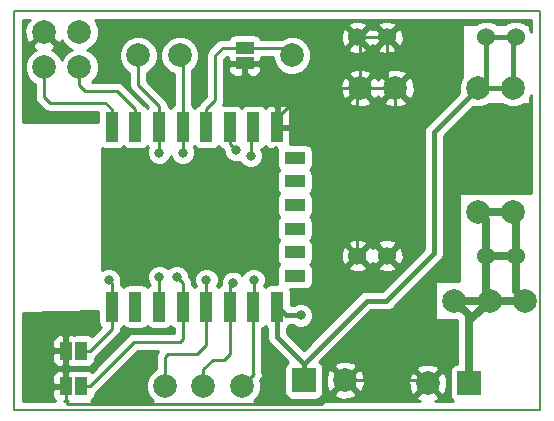
<source format=gbr>
%TF.GenerationSoftware,KiCad,Pcbnew,5.0.1*%
%TF.CreationDate,2019-02-20T12:32:28+01:00*%
%TF.ProjectId,rgbww-micro-board,72676277772D6D6963726F2D626F6172,rev?*%
%TF.SameCoordinates,PXb903480PY55d4a80*%
%TF.FileFunction,Copper,L1,Top,Signal*%
%TF.FilePolarity,Positive*%
%FSLAX46Y46*%
G04 Gerber Fmt 4.6, Leading zero omitted, Abs format (unit mm)*
G04 Created by KiCad (PCBNEW 5.0.1) date Mi 20 Feb 2019 12:32:28 CET*
%MOMM*%
%LPD*%
G01*
G04 APERTURE LIST*
%ADD10C,0.200000*%
%ADD11R,1.000000X2.500000*%
%ADD12R,1.800000X1.000000*%
%ADD13C,1.524000*%
%ADD14C,1.998980*%
%ADD15R,2.000000X2.000000*%
%ADD16C,2.000000*%
%ADD17R,1.000000X1.500000*%
%ADD18R,1.500000X1.000000*%
%ADD19C,0.800000*%
%ADD20C,0.400000*%
%ADD21C,0.250000*%
%ADD22C,0.700000*%
%ADD23C,0.254000*%
G04 APERTURE END LIST*
D10*
X44500000Y33750000D02*
X0Y33750000D01*
X44500000Y0D02*
X44500000Y33750000D01*
X0Y0D02*
X44500000Y0D01*
X0Y33750000D02*
X0Y0D01*
D11*
X8240000Y8740000D03*
X10240000Y8740000D03*
X12240000Y8740000D03*
X14240000Y8740000D03*
X16240000Y8740000D03*
X18240000Y8740000D03*
X20240000Y8740000D03*
X22240000Y8740000D03*
D12*
X23740000Y11340000D03*
X23740000Y13340000D03*
X23740000Y15340000D03*
X23740000Y17340000D03*
X23740000Y19340000D03*
X23740000Y21340000D03*
D11*
X22240000Y23940000D03*
X20240000Y23940000D03*
X18240000Y23940000D03*
X16240000Y23940000D03*
X14240000Y23940000D03*
X12240000Y23940000D03*
X10240000Y23940000D03*
X8240000Y23940000D03*
D13*
X42450000Y13050000D03*
X39950000Y13050000D03*
X31550000Y13050000D03*
X29050000Y13050000D03*
X42450000Y31550000D03*
X39950000Y31550000D03*
X31550000Y31550000D03*
X29050000Y31550000D03*
D14*
X19250000Y2000000D03*
X14000000Y30000000D03*
X10500000Y30000000D03*
X12750000Y2000000D03*
X42250000Y27250000D03*
X39250000Y27250000D03*
X5500000Y32000000D03*
X2500000Y29000000D03*
X5500000Y29000000D03*
X23500000Y30000000D03*
X2500000Y32000000D03*
X32250000Y27250000D03*
X29250000Y27250000D03*
X42250000Y16750000D03*
X40250000Y9250000D03*
X43250000Y9250000D03*
X37250000Y9250000D03*
X39250000Y16750000D03*
X16000000Y2000000D03*
D15*
X24500000Y2500000D03*
D16*
X28000000Y2500000D03*
X35000000Y2250000D03*
D15*
X38500000Y2250000D03*
D17*
X4350000Y5000000D03*
X5650000Y5000000D03*
D18*
X19500000Y29350000D03*
X19500000Y30650000D03*
D17*
X5650000Y2000000D03*
X4350000Y2000000D03*
D19*
X24250000Y8000000D03*
X9500000Y13750000D03*
X11250000Y13750000D03*
X13000000Y13750000D03*
X13000000Y15500000D03*
X11250000Y15500000D03*
X9500000Y15500000D03*
X20750000Y17000000D03*
X20750000Y19000000D03*
X26000000Y24000000D03*
X26000000Y22000000D03*
X26000000Y26000000D03*
X21750000Y20250000D03*
X21750000Y18000000D03*
X25750000Y16000000D03*
X15750000Y27750000D03*
X12500000Y27750000D03*
X8500000Y32250000D03*
X12250000Y32250000D03*
X16250000Y32250000D03*
X21500000Y28000000D03*
X21500000Y32250000D03*
X2500000Y5500000D03*
X2500000Y3250000D03*
X9250000Y1750000D03*
X9250000Y1750000D03*
X9250000Y1750000D03*
X10500000Y4000000D03*
X8000000Y11000000D03*
X13750000Y11250000D03*
X12250000Y11250000D03*
X20000000Y21500000D03*
X18750000Y22000000D03*
X14250000Y21750000D03*
X12250000Y21750000D03*
X18500000Y10750000D03*
X20250000Y11000000D03*
X16250000Y11000000D03*
D20*
X22240000Y6160000D02*
X22240000Y8740000D01*
X24500000Y2500000D02*
X24500000Y3900000D01*
X24500000Y3900000D02*
X22240000Y6160000D01*
X22980000Y8000000D02*
X22240000Y8740000D01*
X24250000Y8000000D02*
X22980000Y8000000D01*
X24500000Y3900000D02*
X29850000Y9250000D01*
X29850000Y9250000D02*
X31500000Y9250000D01*
X31500000Y9250000D02*
X35500000Y13250000D01*
X35500000Y23500000D02*
X39250000Y27250000D01*
X35500000Y13250000D02*
X35500000Y23500000D01*
X39250000Y27250000D02*
X42250000Y27250000D01*
X42250000Y31350000D02*
X42450000Y31550000D01*
X42250000Y27250000D02*
X42250000Y31350000D01*
X42450000Y31550000D02*
X39950000Y31550000D01*
X39950000Y27950000D02*
X39250000Y27250000D01*
X39950000Y31550000D02*
X39950000Y27950000D01*
D21*
X4350000Y2000000D02*
X4350000Y5000000D01*
X22240000Y25440000D02*
X22240000Y23940000D01*
X22240000Y25860000D02*
X22240000Y25440000D01*
X19500000Y28600000D02*
X22240000Y25860000D01*
X19500000Y29350000D02*
X19500000Y28600000D01*
X30127630Y31550000D02*
X31550000Y31550000D01*
X29050000Y31550000D02*
X30127630Y31550000D01*
X31550000Y27950000D02*
X32250000Y27250000D01*
X31550000Y31550000D02*
X31550000Y27950000D01*
X30836508Y27250000D02*
X29250000Y27250000D01*
X32250000Y27250000D02*
X30836508Y27250000D01*
X29250000Y31350000D02*
X29050000Y31550000D01*
X29250000Y27250000D02*
X29250000Y31350000D01*
X32250000Y27250000D02*
X32250000Y14500000D01*
X32311999Y14438001D02*
X32311999Y13811999D01*
X32311999Y13811999D02*
X31550000Y13050000D01*
X32250000Y14500000D02*
X32311999Y14438001D01*
X29050000Y27050000D02*
X29250000Y27250000D01*
X29050000Y13050000D02*
X29050000Y27050000D01*
X22240000Y24690000D02*
X22240000Y23940000D01*
X24800000Y27250000D02*
X22240000Y24690000D01*
X29250000Y27250000D02*
X24800000Y27250000D01*
X34750000Y2500000D02*
X35000000Y2250000D01*
X28000000Y2500000D02*
X34750000Y2500000D01*
X30788001Y12288001D02*
X31550000Y13050000D01*
X29811999Y12288001D02*
X30788001Y12288001D01*
X29050000Y13050000D02*
X29811999Y12288001D01*
X4350000Y2000000D02*
X4350000Y650000D01*
X4350000Y650000D02*
X4500000Y500000D01*
X26000000Y500000D02*
X28000000Y2500000D01*
X4500000Y500000D02*
X26000000Y500000D01*
D22*
X38500000Y8000000D02*
X37250000Y9250000D01*
X38500000Y2250000D02*
X38500000Y8000000D01*
X38500000Y7500000D02*
X40250000Y9250000D01*
X38500000Y2250000D02*
X38500000Y7500000D01*
X42450000Y13050000D02*
X39950000Y13050000D01*
X42250000Y16750000D02*
X39250000Y16750000D01*
X42450000Y13050000D02*
X42450000Y16550000D01*
X42450000Y16550000D02*
X42250000Y16750000D01*
X39950000Y16050000D02*
X39250000Y16750000D01*
X39950000Y13050000D02*
X39950000Y16050000D01*
X39950000Y13050000D02*
X39950000Y9550000D01*
X39950000Y9550000D02*
X40250000Y9250000D01*
X42450000Y13050000D02*
X42450000Y10050000D01*
X42450000Y10050000D02*
X43250000Y9250000D01*
X40250000Y9250000D02*
X43250000Y9250000D01*
X37250000Y9250000D02*
X40250000Y9250000D01*
D21*
X2500000Y26500000D02*
X2500000Y29000000D01*
X8240000Y23940000D02*
X8240000Y25440000D01*
X3000000Y26000000D02*
X2500000Y26500000D01*
X7680000Y26000000D02*
X3000000Y26000000D01*
X8240000Y25440000D02*
X7680000Y26000000D01*
X6000000Y27000000D02*
X5500000Y27500000D01*
X5500000Y27500000D02*
X5500000Y29000000D01*
X8680000Y27000000D02*
X6000000Y27000000D01*
X10240000Y23940000D02*
X10240000Y25440000D01*
X10240000Y25440000D02*
X8680000Y27000000D01*
X16240000Y25440000D02*
X17000000Y26200000D01*
X16240000Y23940000D02*
X16240000Y25440000D01*
X17000000Y26200000D02*
X17000000Y30000000D01*
X17650000Y30650000D02*
X19500000Y30650000D01*
X17000000Y30000000D02*
X17650000Y30650000D01*
X22850000Y30650000D02*
X23500000Y30000000D01*
X19500000Y30650000D02*
X22850000Y30650000D01*
X8240000Y7240000D02*
X8240000Y8740000D01*
X8240000Y6840000D02*
X8240000Y7240000D01*
X6400000Y5000000D02*
X8240000Y6840000D01*
X5650000Y5000000D02*
X6400000Y5000000D01*
X8240000Y8740000D02*
X8240000Y10760000D01*
X8240000Y10760000D02*
X8000000Y11000000D01*
X6400000Y2000000D02*
X10150000Y5750000D01*
X5650000Y2000000D02*
X6400000Y2000000D01*
X10150000Y5750000D02*
X14000000Y5750000D01*
X14240000Y5990000D02*
X14240000Y8740000D01*
X14000000Y5750000D02*
X14240000Y5990000D01*
X14240000Y10760000D02*
X14240000Y8740000D01*
X13750000Y11250000D02*
X14240000Y10760000D01*
X12250000Y8750000D02*
X12240000Y8740000D01*
X12250000Y11250000D02*
X12250000Y8750000D01*
X20000000Y23700000D02*
X20240000Y23940000D01*
X20000000Y21500000D02*
X20000000Y23700000D01*
X18240000Y23940000D02*
X18240000Y22510000D01*
X18240000Y22510000D02*
X18750000Y22000000D01*
X14240000Y29760000D02*
X14000000Y30000000D01*
X14240000Y23940000D02*
X14240000Y29760000D01*
X14250000Y23930000D02*
X14240000Y23940000D01*
X14250000Y21750000D02*
X14250000Y23930000D01*
X12240000Y23940000D02*
X12240000Y25760000D01*
X12240000Y25760000D02*
X10500000Y27500000D01*
X10500000Y27500000D02*
X10500000Y30000000D01*
X12250000Y23930000D02*
X12240000Y23940000D01*
X12250000Y21750000D02*
X12250000Y23930000D01*
X16000000Y3413492D02*
X16836508Y4250000D01*
X16000000Y2000000D02*
X16000000Y3413492D01*
X16836508Y4250000D02*
X17750000Y4250000D01*
X18240000Y4740000D02*
X18240000Y8740000D01*
X17750000Y4250000D02*
X18240000Y4740000D01*
X18240000Y8740000D02*
X18240000Y10490000D01*
X18240000Y10490000D02*
X18500000Y10750000D01*
X20249489Y2999489D02*
X20249489Y3000511D01*
X19250000Y2000000D02*
X20249489Y2999489D01*
X20240000Y3010000D02*
X20240000Y8740000D01*
X20249489Y3000511D02*
X20240000Y3010000D01*
X20250000Y8750000D02*
X20240000Y8740000D01*
X20250000Y11000000D02*
X20250000Y8750000D01*
X12750000Y4500000D02*
X12750000Y2000000D01*
X13000000Y4750000D02*
X12750000Y4500000D01*
X15500000Y4750000D02*
X13000000Y4750000D01*
X16240000Y8740000D02*
X16240000Y5490000D01*
X16240000Y5490000D02*
X15500000Y4750000D01*
X16250000Y8750000D02*
X16240000Y8740000D01*
X16250000Y11000000D02*
X16250000Y8750000D01*
D23*
G36*
X43765001Y18377000D02*
X42593202Y18377000D01*
X42575120Y18384490D01*
X41924880Y18384490D01*
X41906798Y18377000D01*
X39593202Y18377000D01*
X39575120Y18384490D01*
X38924880Y18384490D01*
X38906798Y18377000D01*
X37750000Y18377000D01*
X37701399Y18367333D01*
X37660197Y18339803D01*
X37632667Y18298601D01*
X37623000Y18250000D01*
X37623000Y17093202D01*
X37615510Y17075120D01*
X37615510Y16424880D01*
X37623000Y16406798D01*
X37623000Y10877000D01*
X37593202Y10877000D01*
X37575120Y10884490D01*
X36924880Y10884490D01*
X36906798Y10877000D01*
X35750000Y10877000D01*
X35701399Y10867333D01*
X35660197Y10839803D01*
X35632667Y10798601D01*
X35623000Y10750000D01*
X35623000Y9593202D01*
X35615510Y9575120D01*
X35615510Y8924880D01*
X35623000Y8906798D01*
X35623000Y7750000D01*
X35632667Y7701399D01*
X35660197Y7660197D01*
X35701399Y7632667D01*
X35750000Y7623000D01*
X36906798Y7623000D01*
X36924880Y7615510D01*
X37491489Y7615510D01*
X37514169Y7592830D01*
X37495704Y7500000D01*
X37515001Y7402988D01*
X37515000Y4873000D01*
X37515000Y3897440D01*
X37500000Y3897440D01*
X37252235Y3848157D01*
X37042191Y3707809D01*
X36901843Y3497765D01*
X36852560Y3250000D01*
X36852560Y1250000D01*
X36901843Y1002235D01*
X37042191Y792191D01*
X37127783Y735000D01*
X35643434Y735000D01*
X35874264Y830613D01*
X35972927Y1097468D01*
X35000000Y2070395D01*
X34027073Y1097468D01*
X34125736Y830613D01*
X34383097Y735000D01*
X20296518Y735000D01*
X20635654Y1074136D01*
X20884490Y1674880D01*
X20884490Y2325120D01*
X20818838Y2483618D01*
X20965393Y2702952D01*
X21009489Y2924637D01*
X21009489Y2924642D01*
X21024377Y2999489D01*
X21024275Y3000001D01*
X21024377Y3000512D01*
X21009489Y3075359D01*
X21009489Y3075362D01*
X21000000Y3123066D01*
X21000000Y6900018D01*
X21197809Y7032191D01*
X21240000Y7095334D01*
X21282191Y7032191D01*
X21405000Y6950132D01*
X21405000Y6242233D01*
X21388643Y6160000D01*
X21405000Y6077767D01*
X21405000Y6077764D01*
X21453448Y5834200D01*
X21637999Y5557999D01*
X21707720Y5511413D01*
X23173551Y4045582D01*
X23042191Y3957809D01*
X22901843Y3747765D01*
X22852560Y3500000D01*
X22852560Y1500000D01*
X22901843Y1252235D01*
X23042191Y1042191D01*
X23252235Y901843D01*
X23500000Y852560D01*
X25500000Y852560D01*
X25747765Y901843D01*
X25957809Y1042191D01*
X26098157Y1252235D01*
X26117099Y1347468D01*
X27027073Y1347468D01*
X27125736Y1080613D01*
X27735461Y854092D01*
X28385460Y878144D01*
X28874264Y1080613D01*
X28972927Y1347468D01*
X28000000Y2320395D01*
X27027073Y1347468D01*
X26117099Y1347468D01*
X26147440Y1500000D01*
X26147440Y2764539D01*
X26354092Y2764539D01*
X26378144Y2114540D01*
X26580613Y1625736D01*
X26847468Y1527073D01*
X27820395Y2500000D01*
X28179605Y2500000D01*
X29152532Y1527073D01*
X29419387Y1625736D01*
X29645908Y2235461D01*
X29635582Y2514539D01*
X33354092Y2514539D01*
X33378144Y1864540D01*
X33580613Y1375736D01*
X33847468Y1277073D01*
X34820395Y2250000D01*
X35179605Y2250000D01*
X36152532Y1277073D01*
X36419387Y1375736D01*
X36645908Y1985461D01*
X36621856Y2635460D01*
X36419387Y3124264D01*
X36152532Y3222927D01*
X35179605Y2250000D01*
X34820395Y2250000D01*
X33847468Y3222927D01*
X33580613Y3124264D01*
X33354092Y2514539D01*
X29635582Y2514539D01*
X29621856Y2885460D01*
X29419387Y3374264D01*
X29342931Y3402532D01*
X34027073Y3402532D01*
X35000000Y2429605D01*
X35972927Y3402532D01*
X35874264Y3669387D01*
X35264539Y3895908D01*
X34614540Y3871856D01*
X34125736Y3669387D01*
X34027073Y3402532D01*
X29342931Y3402532D01*
X29152532Y3472927D01*
X28179605Y2500000D01*
X27820395Y2500000D01*
X26847468Y3472927D01*
X26580613Y3374264D01*
X26354092Y2764539D01*
X26147440Y2764539D01*
X26147440Y3500000D01*
X26117100Y3652532D01*
X27027073Y3652532D01*
X28000000Y2679605D01*
X28972927Y3652532D01*
X28874264Y3919387D01*
X28264539Y4145908D01*
X27614540Y4121856D01*
X27125736Y3919387D01*
X27027073Y3652532D01*
X26117100Y3652532D01*
X26098157Y3747765D01*
X25957809Y3957809D01*
X25826449Y4045582D01*
X30195868Y8415000D01*
X31417767Y8415000D01*
X31500000Y8398643D01*
X31582233Y8415000D01*
X31582237Y8415000D01*
X31825801Y8463448D01*
X32102001Y8647999D01*
X32148587Y8717720D01*
X36032283Y12601415D01*
X36102001Y12647999D01*
X36286552Y12924199D01*
X36335000Y13167763D01*
X36335000Y13167766D01*
X36351357Y13249999D01*
X36335000Y13332232D01*
X36335000Y23154133D01*
X38834015Y25653147D01*
X38924880Y25615510D01*
X39575120Y25615510D01*
X40175864Y25864346D01*
X40184518Y25873000D01*
X41315482Y25873000D01*
X41324136Y25864346D01*
X41924880Y25615510D01*
X42575120Y25615510D01*
X43175864Y25864346D01*
X43184518Y25873000D01*
X43500000Y25873000D01*
X43548601Y25882667D01*
X43589803Y25910197D01*
X43617333Y25951399D01*
X43627000Y26000000D01*
X43627000Y26315482D01*
X43635654Y26324136D01*
X43765001Y26636407D01*
X43765001Y18377000D01*
X43765001Y18377000D01*
G37*
X43765001Y18377000D02*
X42593202Y18377000D01*
X42575120Y18384490D01*
X41924880Y18384490D01*
X41906798Y18377000D01*
X39593202Y18377000D01*
X39575120Y18384490D01*
X38924880Y18384490D01*
X38906798Y18377000D01*
X37750000Y18377000D01*
X37701399Y18367333D01*
X37660197Y18339803D01*
X37632667Y18298601D01*
X37623000Y18250000D01*
X37623000Y17093202D01*
X37615510Y17075120D01*
X37615510Y16424880D01*
X37623000Y16406798D01*
X37623000Y10877000D01*
X37593202Y10877000D01*
X37575120Y10884490D01*
X36924880Y10884490D01*
X36906798Y10877000D01*
X35750000Y10877000D01*
X35701399Y10867333D01*
X35660197Y10839803D01*
X35632667Y10798601D01*
X35623000Y10750000D01*
X35623000Y9593202D01*
X35615510Y9575120D01*
X35615510Y8924880D01*
X35623000Y8906798D01*
X35623000Y7750000D01*
X35632667Y7701399D01*
X35660197Y7660197D01*
X35701399Y7632667D01*
X35750000Y7623000D01*
X36906798Y7623000D01*
X36924880Y7615510D01*
X37491489Y7615510D01*
X37514169Y7592830D01*
X37495704Y7500000D01*
X37515001Y7402988D01*
X37515000Y4873000D01*
X37515000Y3897440D01*
X37500000Y3897440D01*
X37252235Y3848157D01*
X37042191Y3707809D01*
X36901843Y3497765D01*
X36852560Y3250000D01*
X36852560Y1250000D01*
X36901843Y1002235D01*
X37042191Y792191D01*
X37127783Y735000D01*
X35643434Y735000D01*
X35874264Y830613D01*
X35972927Y1097468D01*
X35000000Y2070395D01*
X34027073Y1097468D01*
X34125736Y830613D01*
X34383097Y735000D01*
X20296518Y735000D01*
X20635654Y1074136D01*
X20884490Y1674880D01*
X20884490Y2325120D01*
X20818838Y2483618D01*
X20965393Y2702952D01*
X21009489Y2924637D01*
X21009489Y2924642D01*
X21024377Y2999489D01*
X21024275Y3000001D01*
X21024377Y3000512D01*
X21009489Y3075359D01*
X21009489Y3075362D01*
X21000000Y3123066D01*
X21000000Y6900018D01*
X21197809Y7032191D01*
X21240000Y7095334D01*
X21282191Y7032191D01*
X21405000Y6950132D01*
X21405000Y6242233D01*
X21388643Y6160000D01*
X21405000Y6077767D01*
X21405000Y6077764D01*
X21453448Y5834200D01*
X21637999Y5557999D01*
X21707720Y5511413D01*
X23173551Y4045582D01*
X23042191Y3957809D01*
X22901843Y3747765D01*
X22852560Y3500000D01*
X22852560Y1500000D01*
X22901843Y1252235D01*
X23042191Y1042191D01*
X23252235Y901843D01*
X23500000Y852560D01*
X25500000Y852560D01*
X25747765Y901843D01*
X25957809Y1042191D01*
X26098157Y1252235D01*
X26117099Y1347468D01*
X27027073Y1347468D01*
X27125736Y1080613D01*
X27735461Y854092D01*
X28385460Y878144D01*
X28874264Y1080613D01*
X28972927Y1347468D01*
X28000000Y2320395D01*
X27027073Y1347468D01*
X26117099Y1347468D01*
X26147440Y1500000D01*
X26147440Y2764539D01*
X26354092Y2764539D01*
X26378144Y2114540D01*
X26580613Y1625736D01*
X26847468Y1527073D01*
X27820395Y2500000D01*
X28179605Y2500000D01*
X29152532Y1527073D01*
X29419387Y1625736D01*
X29645908Y2235461D01*
X29635582Y2514539D01*
X33354092Y2514539D01*
X33378144Y1864540D01*
X33580613Y1375736D01*
X33847468Y1277073D01*
X34820395Y2250000D01*
X35179605Y2250000D01*
X36152532Y1277073D01*
X36419387Y1375736D01*
X36645908Y1985461D01*
X36621856Y2635460D01*
X36419387Y3124264D01*
X36152532Y3222927D01*
X35179605Y2250000D01*
X34820395Y2250000D01*
X33847468Y3222927D01*
X33580613Y3124264D01*
X33354092Y2514539D01*
X29635582Y2514539D01*
X29621856Y2885460D01*
X29419387Y3374264D01*
X29342931Y3402532D01*
X34027073Y3402532D01*
X35000000Y2429605D01*
X35972927Y3402532D01*
X35874264Y3669387D01*
X35264539Y3895908D01*
X34614540Y3871856D01*
X34125736Y3669387D01*
X34027073Y3402532D01*
X29342931Y3402532D01*
X29152532Y3472927D01*
X28179605Y2500000D01*
X27820395Y2500000D01*
X26847468Y3472927D01*
X26580613Y3374264D01*
X26354092Y2764539D01*
X26147440Y2764539D01*
X26147440Y3500000D01*
X26117100Y3652532D01*
X27027073Y3652532D01*
X28000000Y2679605D01*
X28972927Y3652532D01*
X28874264Y3919387D01*
X28264539Y4145908D01*
X27614540Y4121856D01*
X27125736Y3919387D01*
X27027073Y3652532D01*
X26117100Y3652532D01*
X26098157Y3747765D01*
X25957809Y3957809D01*
X25826449Y4045582D01*
X30195868Y8415000D01*
X31417767Y8415000D01*
X31500000Y8398643D01*
X31582233Y8415000D01*
X31582237Y8415000D01*
X31825801Y8463448D01*
X32102001Y8647999D01*
X32148587Y8717720D01*
X36032283Y12601415D01*
X36102001Y12647999D01*
X36286552Y12924199D01*
X36335000Y13167763D01*
X36335000Y13167766D01*
X36351357Y13249999D01*
X36335000Y13332232D01*
X36335000Y23154133D01*
X38834015Y25653147D01*
X38924880Y25615510D01*
X39575120Y25615510D01*
X40175864Y25864346D01*
X40184518Y25873000D01*
X41315482Y25873000D01*
X41324136Y25864346D01*
X41924880Y25615510D01*
X42575120Y25615510D01*
X43175864Y25864346D01*
X43184518Y25873000D01*
X43500000Y25873000D01*
X43548601Y25882667D01*
X43589803Y25910197D01*
X43617333Y25951399D01*
X43627000Y26000000D01*
X43627000Y26315482D01*
X43635654Y26324136D01*
X43765001Y26636407D01*
X43765001Y18377000D01*
G36*
X7092560Y7490000D02*
X7141843Y7242235D01*
X7282191Y7032191D01*
X7327269Y7002071D01*
X6562969Y6237770D01*
X6397765Y6348157D01*
X6150000Y6397440D01*
X5150000Y6397440D01*
X5012368Y6370064D01*
X4976309Y6385000D01*
X4635750Y6385000D01*
X4477000Y6226250D01*
X4477000Y5127000D01*
X4497000Y5127000D01*
X4497000Y4873000D01*
X4477000Y4873000D01*
X4477000Y3773750D01*
X4635750Y3615000D01*
X4976309Y3615000D01*
X5012368Y3629936D01*
X5150000Y3602560D01*
X6150000Y3602560D01*
X6397765Y3651843D01*
X6607809Y3792191D01*
X6748157Y4002235D01*
X6797440Y4250000D01*
X6797440Y4351517D01*
X6947929Y4452071D01*
X6990331Y4515530D01*
X8724473Y6249671D01*
X8787929Y6292071D01*
X8955904Y6543463D01*
X9000000Y6765148D01*
X9000000Y6765153D01*
X9014888Y6840000D01*
X9002604Y6901758D01*
X9197809Y7032191D01*
X9240000Y7095334D01*
X9282191Y7032191D01*
X9492235Y6891843D01*
X9740000Y6842560D01*
X10740000Y6842560D01*
X10987765Y6891843D01*
X11197809Y7032191D01*
X11240000Y7095334D01*
X11282191Y7032191D01*
X11492235Y6891843D01*
X11740000Y6842560D01*
X12740000Y6842560D01*
X12987765Y6891843D01*
X13197809Y7032191D01*
X13240000Y7095334D01*
X13282191Y7032191D01*
X13480000Y6900018D01*
X13480000Y6510000D01*
X10224847Y6510000D01*
X10150000Y6524888D01*
X10075153Y6510000D01*
X10075148Y6510000D01*
X9853463Y6465904D01*
X9602071Y6297929D01*
X9559671Y6234473D01*
X6562969Y3237770D01*
X6397765Y3348157D01*
X6150000Y3397440D01*
X5150000Y3397440D01*
X5012368Y3370064D01*
X4976309Y3385000D01*
X4635750Y3385000D01*
X4477000Y3226250D01*
X4477000Y2127000D01*
X4497000Y2127000D01*
X4497000Y1873000D01*
X4477000Y1873000D01*
X4477000Y1853000D01*
X4223000Y1853000D01*
X4223000Y1873000D01*
X3373750Y1873000D01*
X3215000Y1714250D01*
X3215000Y1123690D01*
X3311673Y890301D01*
X3466975Y735000D01*
X735000Y735000D01*
X735000Y2876310D01*
X3215000Y2876310D01*
X3215000Y2285750D01*
X3373750Y2127000D01*
X4223000Y2127000D01*
X4223000Y3226250D01*
X4064250Y3385000D01*
X3723691Y3385000D01*
X3490302Y3288327D01*
X3311673Y3109699D01*
X3215000Y2876310D01*
X735000Y2876310D01*
X735000Y4714250D01*
X3215000Y4714250D01*
X3215000Y4123690D01*
X3311673Y3890301D01*
X3490302Y3711673D01*
X3723691Y3615000D01*
X4064250Y3615000D01*
X4223000Y3773750D01*
X4223000Y4873000D01*
X3373750Y4873000D01*
X3215000Y4714250D01*
X735000Y4714250D01*
X735000Y5876310D01*
X3215000Y5876310D01*
X3215000Y5285750D01*
X3373750Y5127000D01*
X4223000Y5127000D01*
X4223000Y6226250D01*
X4064250Y6385000D01*
X3723691Y6385000D01*
X3490302Y6288327D01*
X3311673Y6109699D01*
X3215000Y5876310D01*
X735000Y5876310D01*
X735000Y8155762D01*
X7092560Y8367681D01*
X7092560Y7490000D01*
X7092560Y7490000D01*
G37*
X7092560Y7490000D02*
X7141843Y7242235D01*
X7282191Y7032191D01*
X7327269Y7002071D01*
X6562969Y6237770D01*
X6397765Y6348157D01*
X6150000Y6397440D01*
X5150000Y6397440D01*
X5012368Y6370064D01*
X4976309Y6385000D01*
X4635750Y6385000D01*
X4477000Y6226250D01*
X4477000Y5127000D01*
X4497000Y5127000D01*
X4497000Y4873000D01*
X4477000Y4873000D01*
X4477000Y3773750D01*
X4635750Y3615000D01*
X4976309Y3615000D01*
X5012368Y3629936D01*
X5150000Y3602560D01*
X6150000Y3602560D01*
X6397765Y3651843D01*
X6607809Y3792191D01*
X6748157Y4002235D01*
X6797440Y4250000D01*
X6797440Y4351517D01*
X6947929Y4452071D01*
X6990331Y4515530D01*
X8724473Y6249671D01*
X8787929Y6292071D01*
X8955904Y6543463D01*
X9000000Y6765148D01*
X9000000Y6765153D01*
X9014888Y6840000D01*
X9002604Y6901758D01*
X9197809Y7032191D01*
X9240000Y7095334D01*
X9282191Y7032191D01*
X9492235Y6891843D01*
X9740000Y6842560D01*
X10740000Y6842560D01*
X10987765Y6891843D01*
X11197809Y7032191D01*
X11240000Y7095334D01*
X11282191Y7032191D01*
X11492235Y6891843D01*
X11740000Y6842560D01*
X12740000Y6842560D01*
X12987765Y6891843D01*
X13197809Y7032191D01*
X13240000Y7095334D01*
X13282191Y7032191D01*
X13480000Y6900018D01*
X13480000Y6510000D01*
X10224847Y6510000D01*
X10150000Y6524888D01*
X10075153Y6510000D01*
X10075148Y6510000D01*
X9853463Y6465904D01*
X9602071Y6297929D01*
X9559671Y6234473D01*
X6562969Y3237770D01*
X6397765Y3348157D01*
X6150000Y3397440D01*
X5150000Y3397440D01*
X5012368Y3370064D01*
X4976309Y3385000D01*
X4635750Y3385000D01*
X4477000Y3226250D01*
X4477000Y2127000D01*
X4497000Y2127000D01*
X4497000Y1873000D01*
X4477000Y1873000D01*
X4477000Y1853000D01*
X4223000Y1853000D01*
X4223000Y1873000D01*
X3373750Y1873000D01*
X3215000Y1714250D01*
X3215000Y1123690D01*
X3311673Y890301D01*
X3466975Y735000D01*
X735000Y735000D01*
X735000Y2876310D01*
X3215000Y2876310D01*
X3215000Y2285750D01*
X3373750Y2127000D01*
X4223000Y2127000D01*
X4223000Y3226250D01*
X4064250Y3385000D01*
X3723691Y3385000D01*
X3490302Y3288327D01*
X3311673Y3109699D01*
X3215000Y2876310D01*
X735000Y2876310D01*
X735000Y4714250D01*
X3215000Y4714250D01*
X3215000Y4123690D01*
X3311673Y3890301D01*
X3490302Y3711673D01*
X3723691Y3615000D01*
X4064250Y3615000D01*
X4223000Y3773750D01*
X4223000Y4873000D01*
X3373750Y4873000D01*
X3215000Y4714250D01*
X735000Y4714250D01*
X735000Y5876310D01*
X3215000Y5876310D01*
X3215000Y5285750D01*
X3373750Y5127000D01*
X4223000Y5127000D01*
X4223000Y6226250D01*
X4064250Y6385000D01*
X3723691Y6385000D01*
X3490302Y6288327D01*
X3311673Y6109699D01*
X3215000Y5876310D01*
X735000Y5876310D01*
X735000Y8155762D01*
X7092560Y8367681D01*
X7092560Y7490000D01*
G36*
X4515750Y735000D02*
X4477002Y735000D01*
X4477002Y773748D01*
X4515750Y735000D01*
X4515750Y735000D01*
G37*
X4515750Y735000D02*
X4477002Y735000D01*
X4477002Y773748D01*
X4515750Y735000D01*
G36*
X4222998Y735000D02*
X4184250Y735000D01*
X4222998Y773748D01*
X4222998Y735000D01*
X4222998Y735000D01*
G37*
X4222998Y735000D02*
X4184250Y735000D01*
X4222998Y773748D01*
X4222998Y735000D01*
G36*
X12034096Y4796536D02*
X11990000Y4574851D01*
X11990000Y4574847D01*
X11975112Y4500000D01*
X11990000Y4425153D01*
X11990000Y3454357D01*
X11824136Y3385654D01*
X11364346Y2925864D01*
X11115510Y2325120D01*
X11115510Y1674880D01*
X11364346Y1074136D01*
X11703482Y735000D01*
X6522217Y735000D01*
X6607809Y792191D01*
X6748157Y1002235D01*
X6797440Y1250000D01*
X6797440Y1351517D01*
X6947929Y1452071D01*
X6990331Y1515530D01*
X10464802Y4990000D01*
X12163364Y4990000D01*
X12034096Y4796536D01*
X12034096Y4796536D01*
G37*
X12034096Y4796536D02*
X11990000Y4574851D01*
X11990000Y4574847D01*
X11975112Y4500000D01*
X11990000Y4425153D01*
X11990000Y3454357D01*
X11824136Y3385654D01*
X11364346Y2925864D01*
X11115510Y2325120D01*
X11115510Y1674880D01*
X11364346Y1074136D01*
X11703482Y735000D01*
X6522217Y735000D01*
X6607809Y792191D01*
X6748157Y1002235D01*
X6797440Y1250000D01*
X6797440Y1351517D01*
X6947929Y1452071D01*
X6990331Y1515530D01*
X10464802Y4990000D01*
X12163364Y4990000D01*
X12034096Y4796536D01*
G36*
X43765001Y32025845D02*
X43634320Y32341337D01*
X43627000Y32348657D01*
X43627000Y32500000D01*
X43617333Y32548601D01*
X43589803Y32589803D01*
X43548601Y32617333D01*
X43500000Y32627000D01*
X43348657Y32627000D01*
X43241337Y32734320D01*
X42727881Y32947000D01*
X42172119Y32947000D01*
X41658663Y32734320D01*
X41551343Y32627000D01*
X40848657Y32627000D01*
X40741337Y32734320D01*
X40227881Y32947000D01*
X39672119Y32947000D01*
X39158663Y32734320D01*
X39051343Y32627000D01*
X38000000Y32627000D01*
X37951399Y32617333D01*
X37910197Y32589803D01*
X37882667Y32548601D01*
X37873000Y32500000D01*
X37873000Y28184518D01*
X37864346Y28175864D01*
X37615510Y27575120D01*
X37615510Y26924880D01*
X37653147Y26834015D01*
X34967718Y24148585D01*
X34898000Y24102001D01*
X34851416Y24032283D01*
X34713448Y23825800D01*
X34648643Y23500000D01*
X34665001Y23417762D01*
X34665000Y13595868D01*
X31154133Y10085000D01*
X29932237Y10085000D01*
X29850000Y10101358D01*
X29767763Y10085000D01*
X29524199Y10036552D01*
X29247999Y9852001D01*
X29201415Y9782283D01*
X24500000Y5080867D01*
X23075000Y6505867D01*
X23075000Y6950132D01*
X23197809Y7032191D01*
X23286550Y7165000D01*
X23621289Y7165000D01*
X23663720Y7122569D01*
X24044126Y6965000D01*
X24455874Y6965000D01*
X24836280Y7122569D01*
X25127431Y7413720D01*
X25285000Y7794126D01*
X25285000Y8205874D01*
X25127431Y8586280D01*
X24836280Y8877431D01*
X24455874Y9035000D01*
X24044126Y9035000D01*
X23663720Y8877431D01*
X23621289Y8835000D01*
X23387440Y8835000D01*
X23387440Y9990000D01*
X23347149Y10192560D01*
X24640000Y10192560D01*
X24887765Y10241843D01*
X25097809Y10382191D01*
X25238157Y10592235D01*
X25287440Y10840000D01*
X25287440Y11840000D01*
X25241734Y12069787D01*
X28249392Y12069787D01*
X28318857Y11827603D01*
X28842302Y11640856D01*
X29397368Y11668638D01*
X29781143Y11827603D01*
X29850608Y12069787D01*
X30749392Y12069787D01*
X30818857Y11827603D01*
X31342302Y11640856D01*
X31897368Y11668638D01*
X32281143Y11827603D01*
X32350608Y12069787D01*
X31550000Y12870395D01*
X30749392Y12069787D01*
X29850608Y12069787D01*
X29050000Y12870395D01*
X28249392Y12069787D01*
X25241734Y12069787D01*
X25238157Y12087765D01*
X25097809Y12297809D01*
X25034666Y12340000D01*
X25097809Y12382191D01*
X25238157Y12592235D01*
X25287440Y12840000D01*
X25287440Y13257698D01*
X27640856Y13257698D01*
X27668638Y12702632D01*
X27827603Y12318857D01*
X28069787Y12249392D01*
X28870395Y13050000D01*
X29229605Y13050000D01*
X30030213Y12249392D01*
X30272397Y12318857D01*
X30297943Y12390462D01*
X30327603Y12318857D01*
X30569787Y12249392D01*
X31370395Y13050000D01*
X31729605Y13050000D01*
X32530213Y12249392D01*
X32772397Y12318857D01*
X32959144Y12842302D01*
X32931362Y13397368D01*
X32772397Y13781143D01*
X32530213Y13850608D01*
X31729605Y13050000D01*
X31370395Y13050000D01*
X30569787Y13850608D01*
X30327603Y13781143D01*
X30302057Y13709538D01*
X30272397Y13781143D01*
X30030213Y13850608D01*
X29229605Y13050000D01*
X28870395Y13050000D01*
X28069787Y13850608D01*
X27827603Y13781143D01*
X27640856Y13257698D01*
X25287440Y13257698D01*
X25287440Y13840000D01*
X25249605Y14030213D01*
X28249392Y14030213D01*
X29050000Y13229605D01*
X29850608Y14030213D01*
X30749392Y14030213D01*
X31550000Y13229605D01*
X32350608Y14030213D01*
X32281143Y14272397D01*
X31757698Y14459144D01*
X31202632Y14431362D01*
X30818857Y14272397D01*
X30749392Y14030213D01*
X29850608Y14030213D01*
X29781143Y14272397D01*
X29257698Y14459144D01*
X28702632Y14431362D01*
X28318857Y14272397D01*
X28249392Y14030213D01*
X25249605Y14030213D01*
X25238157Y14087765D01*
X25097809Y14297809D01*
X25034666Y14340000D01*
X25097809Y14382191D01*
X25238157Y14592235D01*
X25287440Y14840000D01*
X25287440Y15840000D01*
X25238157Y16087765D01*
X25097809Y16297809D01*
X25034666Y16340000D01*
X25097809Y16382191D01*
X25238157Y16592235D01*
X25287440Y16840000D01*
X25287440Y17840000D01*
X25238157Y18087765D01*
X25097809Y18297809D01*
X25034666Y18340000D01*
X25097809Y18382191D01*
X25238157Y18592235D01*
X25287440Y18840000D01*
X25287440Y19840000D01*
X25238157Y20087765D01*
X25097809Y20297809D01*
X25034666Y20340000D01*
X25097809Y20382191D01*
X25238157Y20592235D01*
X25287440Y20840000D01*
X25287440Y21840000D01*
X25238157Y22087765D01*
X25097809Y22297809D01*
X24887765Y22438157D01*
X24640000Y22487440D01*
X23343416Y22487440D01*
X23375000Y22563691D01*
X23375000Y23654250D01*
X23216250Y23813000D01*
X22367000Y23813000D01*
X22367000Y23793000D01*
X22113000Y23793000D01*
X22113000Y23813000D01*
X22093000Y23813000D01*
X22093000Y24067000D01*
X22113000Y24067000D01*
X22113000Y25666250D01*
X22367000Y25666250D01*
X22367000Y24067000D01*
X23216250Y24067000D01*
X23375000Y24225750D01*
X23375000Y25316309D01*
X23278327Y25549698D01*
X23099699Y25728327D01*
X22866310Y25825000D01*
X22525750Y25825000D01*
X22367000Y25666250D01*
X22113000Y25666250D01*
X21954250Y25825000D01*
X21613690Y25825000D01*
X21380301Y25728327D01*
X21238655Y25586680D01*
X21197809Y25647809D01*
X20987765Y25788157D01*
X20740000Y25837440D01*
X19740000Y25837440D01*
X19492235Y25788157D01*
X19282191Y25647809D01*
X19240000Y25584666D01*
X19197809Y25647809D01*
X18987765Y25788157D01*
X18740000Y25837440D01*
X17740000Y25837440D01*
X17661333Y25821792D01*
X17695549Y25873000D01*
X17715904Y25903463D01*
X17754567Y26097837D01*
X28277443Y26097837D01*
X28376042Y25831035D01*
X28985582Y25604599D01*
X29635377Y25628659D01*
X30123958Y25831035D01*
X30222557Y26097837D01*
X31277443Y26097837D01*
X31376042Y25831035D01*
X31985582Y25604599D01*
X32635377Y25628659D01*
X33123958Y25831035D01*
X33222557Y26097837D01*
X32250000Y27070395D01*
X31277443Y26097837D01*
X30222557Y26097837D01*
X29250000Y27070395D01*
X28277443Y26097837D01*
X17754567Y26097837D01*
X17760000Y26125148D01*
X17760000Y26125152D01*
X17774888Y26199999D01*
X17760000Y26274846D01*
X17760000Y27514418D01*
X27604599Y27514418D01*
X27628659Y26864623D01*
X27831035Y26376042D01*
X28097837Y26277443D01*
X29070395Y27250000D01*
X29429605Y27250000D01*
X30402163Y26277443D01*
X30668965Y26376042D01*
X30745593Y26582317D01*
X30831035Y26376042D01*
X31097837Y26277443D01*
X32070395Y27250000D01*
X32429605Y27250000D01*
X33402163Y26277443D01*
X33668965Y26376042D01*
X33895401Y26985582D01*
X33871341Y27635377D01*
X33668965Y28123958D01*
X33402163Y28222557D01*
X32429605Y27250000D01*
X32070395Y27250000D01*
X31097837Y28222557D01*
X30831035Y28123958D01*
X30754407Y27917683D01*
X30668965Y28123958D01*
X30402163Y28222557D01*
X29429605Y27250000D01*
X29070395Y27250000D01*
X28097837Y28222557D01*
X27831035Y28123958D01*
X27604599Y27514418D01*
X17760000Y27514418D01*
X17760000Y29064250D01*
X18115000Y29064250D01*
X18115000Y28723691D01*
X18211673Y28490302D01*
X18390301Y28311673D01*
X18623690Y28215000D01*
X19214250Y28215000D01*
X19373000Y28373750D01*
X19373000Y29223000D01*
X19627000Y29223000D01*
X19627000Y28373750D01*
X19785750Y28215000D01*
X20376310Y28215000D01*
X20609699Y28311673D01*
X20788327Y28490302D01*
X20885000Y28723691D01*
X20885000Y29064250D01*
X20726250Y29223000D01*
X19627000Y29223000D01*
X19373000Y29223000D01*
X18273750Y29223000D01*
X18115000Y29064250D01*
X17760000Y29064250D01*
X17760000Y29685199D01*
X17964802Y29890000D01*
X18115000Y29890000D01*
X18115000Y29635750D01*
X18273750Y29477000D01*
X19373000Y29477000D01*
X19373000Y29497000D01*
X19627000Y29497000D01*
X19627000Y29477000D01*
X20726250Y29477000D01*
X20885000Y29635750D01*
X20885000Y29890000D01*
X21865510Y29890000D01*
X21865510Y29674880D01*
X22114346Y29074136D01*
X22574136Y28614346D01*
X23174880Y28365510D01*
X23825120Y28365510D01*
X23913608Y28402163D01*
X28277443Y28402163D01*
X29250000Y27429605D01*
X30222557Y28402163D01*
X31277443Y28402163D01*
X32250000Y27429605D01*
X33222557Y28402163D01*
X33123958Y28668965D01*
X32514418Y28895401D01*
X31864623Y28871341D01*
X31376042Y28668965D01*
X31277443Y28402163D01*
X30222557Y28402163D01*
X30123958Y28668965D01*
X29514418Y28895401D01*
X28864623Y28871341D01*
X28376042Y28668965D01*
X28277443Y28402163D01*
X23913608Y28402163D01*
X24425864Y28614346D01*
X24885654Y29074136D01*
X25134490Y29674880D01*
X25134490Y30325120D01*
X25033146Y30569787D01*
X28249392Y30569787D01*
X28318857Y30327603D01*
X28842302Y30140856D01*
X29397368Y30168638D01*
X29781143Y30327603D01*
X29850608Y30569787D01*
X30749392Y30569787D01*
X30818857Y30327603D01*
X31342302Y30140856D01*
X31897368Y30168638D01*
X32281143Y30327603D01*
X32350608Y30569787D01*
X31550000Y31370395D01*
X30749392Y30569787D01*
X29850608Y30569787D01*
X29050000Y31370395D01*
X28249392Y30569787D01*
X25033146Y30569787D01*
X24885654Y30925864D01*
X24425864Y31385654D01*
X23825120Y31634490D01*
X23174880Y31634490D01*
X22632913Y31410000D01*
X20839982Y31410000D01*
X20707809Y31607809D01*
X20497765Y31748157D01*
X20449799Y31757698D01*
X27640856Y31757698D01*
X27668638Y31202632D01*
X27827603Y30818857D01*
X28069787Y30749392D01*
X28870395Y31550000D01*
X29229605Y31550000D01*
X30030213Y30749392D01*
X30272397Y30818857D01*
X30297943Y30890462D01*
X30327603Y30818857D01*
X30569787Y30749392D01*
X31370395Y31550000D01*
X31729605Y31550000D01*
X32530213Y30749392D01*
X32772397Y30818857D01*
X32959144Y31342302D01*
X32931362Y31897368D01*
X32772397Y32281143D01*
X32530213Y32350608D01*
X31729605Y31550000D01*
X31370395Y31550000D01*
X30569787Y32350608D01*
X30327603Y32281143D01*
X30302057Y32209538D01*
X30272397Y32281143D01*
X30030213Y32350608D01*
X29229605Y31550000D01*
X28870395Y31550000D01*
X28069787Y32350608D01*
X27827603Y32281143D01*
X27640856Y31757698D01*
X20449799Y31757698D01*
X20250000Y31797440D01*
X18750000Y31797440D01*
X18502235Y31748157D01*
X18292191Y31607809D01*
X18160018Y31410000D01*
X17724848Y31410000D01*
X17650000Y31424888D01*
X17575152Y31410000D01*
X17575148Y31410000D01*
X17401605Y31375480D01*
X17353462Y31365904D01*
X17213104Y31272119D01*
X17102071Y31197929D01*
X17059671Y31134473D01*
X16515528Y30590329D01*
X16452072Y30547929D01*
X16409672Y30484473D01*
X16409671Y30484472D01*
X16284097Y30296537D01*
X16225112Y30000000D01*
X16240001Y29925148D01*
X16240000Y26514802D01*
X15755527Y26030329D01*
X15692072Y25987929D01*
X15649672Y25924473D01*
X15649671Y25924472D01*
X15568759Y25803378D01*
X15492235Y25788157D01*
X15282191Y25647809D01*
X15240000Y25584666D01*
X15197809Y25647809D01*
X15000000Y25779982D01*
X15000000Y28688482D01*
X15385654Y29074136D01*
X15634490Y29674880D01*
X15634490Y30325120D01*
X15385654Y30925864D01*
X14925864Y31385654D01*
X14325120Y31634490D01*
X13674880Y31634490D01*
X13074136Y31385654D01*
X12614346Y30925864D01*
X12365510Y30325120D01*
X12365510Y29674880D01*
X12614346Y29074136D01*
X13074136Y28614346D01*
X13480001Y28446232D01*
X13480000Y25779982D01*
X13282191Y25647809D01*
X13240000Y25584666D01*
X13197809Y25647809D01*
X13012586Y25771572D01*
X13000000Y25834848D01*
X13000000Y25834852D01*
X12955904Y26056537D01*
X12787929Y26307929D01*
X12724473Y26350329D01*
X11260000Y27814801D01*
X11260000Y28545643D01*
X11425864Y28614346D01*
X11885654Y29074136D01*
X12134490Y29674880D01*
X12134490Y30325120D01*
X11885654Y30925864D01*
X11425864Y31385654D01*
X10825120Y31634490D01*
X10174880Y31634490D01*
X9574136Y31385654D01*
X9114346Y30925864D01*
X8865510Y30325120D01*
X8865510Y29674880D01*
X9114346Y29074136D01*
X9574136Y28614346D01*
X9740000Y28545643D01*
X9740000Y27574847D01*
X9725112Y27500000D01*
X9740000Y27425153D01*
X9740000Y27425149D01*
X9784096Y27203464D01*
X9952071Y26952071D01*
X10015530Y26909669D01*
X11280268Y25644931D01*
X11240000Y25584666D01*
X11197809Y25647809D01*
X10987765Y25788157D01*
X10911242Y25803378D01*
X10787929Y25987929D01*
X10724473Y26030329D01*
X9270331Y27484470D01*
X9227929Y27547929D01*
X8976537Y27715904D01*
X8754852Y27760000D01*
X8754847Y27760000D01*
X8680000Y27774888D01*
X8605153Y27760000D01*
X6571518Y27760000D01*
X6885654Y28074136D01*
X7134490Y28674880D01*
X7134490Y29325120D01*
X6885654Y29925864D01*
X6425864Y30385654D01*
X6149808Y30500000D01*
X6425864Y30614346D01*
X6885654Y31074136D01*
X7134490Y31674880D01*
X7134490Y32325120D01*
X7049538Y32530213D01*
X28249392Y32530213D01*
X29050000Y31729605D01*
X29850608Y32530213D01*
X30749392Y32530213D01*
X31550000Y31729605D01*
X32350608Y32530213D01*
X32281143Y32772397D01*
X31757698Y32959144D01*
X31202632Y32931362D01*
X30818857Y32772397D01*
X30749392Y32530213D01*
X29850608Y32530213D01*
X29781143Y32772397D01*
X29257698Y32959144D01*
X28702632Y32931362D01*
X28318857Y32772397D01*
X28249392Y32530213D01*
X7049538Y32530213D01*
X6885654Y32925864D01*
X6796518Y33015000D01*
X43765001Y33015000D01*
X43765001Y32025845D01*
X43765001Y32025845D01*
G37*
X43765001Y32025845D02*
X43634320Y32341337D01*
X43627000Y32348657D01*
X43627000Y32500000D01*
X43617333Y32548601D01*
X43589803Y32589803D01*
X43548601Y32617333D01*
X43500000Y32627000D01*
X43348657Y32627000D01*
X43241337Y32734320D01*
X42727881Y32947000D01*
X42172119Y32947000D01*
X41658663Y32734320D01*
X41551343Y32627000D01*
X40848657Y32627000D01*
X40741337Y32734320D01*
X40227881Y32947000D01*
X39672119Y32947000D01*
X39158663Y32734320D01*
X39051343Y32627000D01*
X38000000Y32627000D01*
X37951399Y32617333D01*
X37910197Y32589803D01*
X37882667Y32548601D01*
X37873000Y32500000D01*
X37873000Y28184518D01*
X37864346Y28175864D01*
X37615510Y27575120D01*
X37615510Y26924880D01*
X37653147Y26834015D01*
X34967718Y24148585D01*
X34898000Y24102001D01*
X34851416Y24032283D01*
X34713448Y23825800D01*
X34648643Y23500000D01*
X34665001Y23417762D01*
X34665000Y13595868D01*
X31154133Y10085000D01*
X29932237Y10085000D01*
X29850000Y10101358D01*
X29767763Y10085000D01*
X29524199Y10036552D01*
X29247999Y9852001D01*
X29201415Y9782283D01*
X24500000Y5080867D01*
X23075000Y6505867D01*
X23075000Y6950132D01*
X23197809Y7032191D01*
X23286550Y7165000D01*
X23621289Y7165000D01*
X23663720Y7122569D01*
X24044126Y6965000D01*
X24455874Y6965000D01*
X24836280Y7122569D01*
X25127431Y7413720D01*
X25285000Y7794126D01*
X25285000Y8205874D01*
X25127431Y8586280D01*
X24836280Y8877431D01*
X24455874Y9035000D01*
X24044126Y9035000D01*
X23663720Y8877431D01*
X23621289Y8835000D01*
X23387440Y8835000D01*
X23387440Y9990000D01*
X23347149Y10192560D01*
X24640000Y10192560D01*
X24887765Y10241843D01*
X25097809Y10382191D01*
X25238157Y10592235D01*
X25287440Y10840000D01*
X25287440Y11840000D01*
X25241734Y12069787D01*
X28249392Y12069787D01*
X28318857Y11827603D01*
X28842302Y11640856D01*
X29397368Y11668638D01*
X29781143Y11827603D01*
X29850608Y12069787D01*
X30749392Y12069787D01*
X30818857Y11827603D01*
X31342302Y11640856D01*
X31897368Y11668638D01*
X32281143Y11827603D01*
X32350608Y12069787D01*
X31550000Y12870395D01*
X30749392Y12069787D01*
X29850608Y12069787D01*
X29050000Y12870395D01*
X28249392Y12069787D01*
X25241734Y12069787D01*
X25238157Y12087765D01*
X25097809Y12297809D01*
X25034666Y12340000D01*
X25097809Y12382191D01*
X25238157Y12592235D01*
X25287440Y12840000D01*
X25287440Y13257698D01*
X27640856Y13257698D01*
X27668638Y12702632D01*
X27827603Y12318857D01*
X28069787Y12249392D01*
X28870395Y13050000D01*
X29229605Y13050000D01*
X30030213Y12249392D01*
X30272397Y12318857D01*
X30297943Y12390462D01*
X30327603Y12318857D01*
X30569787Y12249392D01*
X31370395Y13050000D01*
X31729605Y13050000D01*
X32530213Y12249392D01*
X32772397Y12318857D01*
X32959144Y12842302D01*
X32931362Y13397368D01*
X32772397Y13781143D01*
X32530213Y13850608D01*
X31729605Y13050000D01*
X31370395Y13050000D01*
X30569787Y13850608D01*
X30327603Y13781143D01*
X30302057Y13709538D01*
X30272397Y13781143D01*
X30030213Y13850608D01*
X29229605Y13050000D01*
X28870395Y13050000D01*
X28069787Y13850608D01*
X27827603Y13781143D01*
X27640856Y13257698D01*
X25287440Y13257698D01*
X25287440Y13840000D01*
X25249605Y14030213D01*
X28249392Y14030213D01*
X29050000Y13229605D01*
X29850608Y14030213D01*
X30749392Y14030213D01*
X31550000Y13229605D01*
X32350608Y14030213D01*
X32281143Y14272397D01*
X31757698Y14459144D01*
X31202632Y14431362D01*
X30818857Y14272397D01*
X30749392Y14030213D01*
X29850608Y14030213D01*
X29781143Y14272397D01*
X29257698Y14459144D01*
X28702632Y14431362D01*
X28318857Y14272397D01*
X28249392Y14030213D01*
X25249605Y14030213D01*
X25238157Y14087765D01*
X25097809Y14297809D01*
X25034666Y14340000D01*
X25097809Y14382191D01*
X25238157Y14592235D01*
X25287440Y14840000D01*
X25287440Y15840000D01*
X25238157Y16087765D01*
X25097809Y16297809D01*
X25034666Y16340000D01*
X25097809Y16382191D01*
X25238157Y16592235D01*
X25287440Y16840000D01*
X25287440Y17840000D01*
X25238157Y18087765D01*
X25097809Y18297809D01*
X25034666Y18340000D01*
X25097809Y18382191D01*
X25238157Y18592235D01*
X25287440Y18840000D01*
X25287440Y19840000D01*
X25238157Y20087765D01*
X25097809Y20297809D01*
X25034666Y20340000D01*
X25097809Y20382191D01*
X25238157Y20592235D01*
X25287440Y20840000D01*
X25287440Y21840000D01*
X25238157Y22087765D01*
X25097809Y22297809D01*
X24887765Y22438157D01*
X24640000Y22487440D01*
X23343416Y22487440D01*
X23375000Y22563691D01*
X23375000Y23654250D01*
X23216250Y23813000D01*
X22367000Y23813000D01*
X22367000Y23793000D01*
X22113000Y23793000D01*
X22113000Y23813000D01*
X22093000Y23813000D01*
X22093000Y24067000D01*
X22113000Y24067000D01*
X22113000Y25666250D01*
X22367000Y25666250D01*
X22367000Y24067000D01*
X23216250Y24067000D01*
X23375000Y24225750D01*
X23375000Y25316309D01*
X23278327Y25549698D01*
X23099699Y25728327D01*
X22866310Y25825000D01*
X22525750Y25825000D01*
X22367000Y25666250D01*
X22113000Y25666250D01*
X21954250Y25825000D01*
X21613690Y25825000D01*
X21380301Y25728327D01*
X21238655Y25586680D01*
X21197809Y25647809D01*
X20987765Y25788157D01*
X20740000Y25837440D01*
X19740000Y25837440D01*
X19492235Y25788157D01*
X19282191Y25647809D01*
X19240000Y25584666D01*
X19197809Y25647809D01*
X18987765Y25788157D01*
X18740000Y25837440D01*
X17740000Y25837440D01*
X17661333Y25821792D01*
X17695549Y25873000D01*
X17715904Y25903463D01*
X17754567Y26097837D01*
X28277443Y26097837D01*
X28376042Y25831035D01*
X28985582Y25604599D01*
X29635377Y25628659D01*
X30123958Y25831035D01*
X30222557Y26097837D01*
X31277443Y26097837D01*
X31376042Y25831035D01*
X31985582Y25604599D01*
X32635377Y25628659D01*
X33123958Y25831035D01*
X33222557Y26097837D01*
X32250000Y27070395D01*
X31277443Y26097837D01*
X30222557Y26097837D01*
X29250000Y27070395D01*
X28277443Y26097837D01*
X17754567Y26097837D01*
X17760000Y26125148D01*
X17760000Y26125152D01*
X17774888Y26199999D01*
X17760000Y26274846D01*
X17760000Y27514418D01*
X27604599Y27514418D01*
X27628659Y26864623D01*
X27831035Y26376042D01*
X28097837Y26277443D01*
X29070395Y27250000D01*
X29429605Y27250000D01*
X30402163Y26277443D01*
X30668965Y26376042D01*
X30745593Y26582317D01*
X30831035Y26376042D01*
X31097837Y26277443D01*
X32070395Y27250000D01*
X32429605Y27250000D01*
X33402163Y26277443D01*
X33668965Y26376042D01*
X33895401Y26985582D01*
X33871341Y27635377D01*
X33668965Y28123958D01*
X33402163Y28222557D01*
X32429605Y27250000D01*
X32070395Y27250000D01*
X31097837Y28222557D01*
X30831035Y28123958D01*
X30754407Y27917683D01*
X30668965Y28123958D01*
X30402163Y28222557D01*
X29429605Y27250000D01*
X29070395Y27250000D01*
X28097837Y28222557D01*
X27831035Y28123958D01*
X27604599Y27514418D01*
X17760000Y27514418D01*
X17760000Y29064250D01*
X18115000Y29064250D01*
X18115000Y28723691D01*
X18211673Y28490302D01*
X18390301Y28311673D01*
X18623690Y28215000D01*
X19214250Y28215000D01*
X19373000Y28373750D01*
X19373000Y29223000D01*
X19627000Y29223000D01*
X19627000Y28373750D01*
X19785750Y28215000D01*
X20376310Y28215000D01*
X20609699Y28311673D01*
X20788327Y28490302D01*
X20885000Y28723691D01*
X20885000Y29064250D01*
X20726250Y29223000D01*
X19627000Y29223000D01*
X19373000Y29223000D01*
X18273750Y29223000D01*
X18115000Y29064250D01*
X17760000Y29064250D01*
X17760000Y29685199D01*
X17964802Y29890000D01*
X18115000Y29890000D01*
X18115000Y29635750D01*
X18273750Y29477000D01*
X19373000Y29477000D01*
X19373000Y29497000D01*
X19627000Y29497000D01*
X19627000Y29477000D01*
X20726250Y29477000D01*
X20885000Y29635750D01*
X20885000Y29890000D01*
X21865510Y29890000D01*
X21865510Y29674880D01*
X22114346Y29074136D01*
X22574136Y28614346D01*
X23174880Y28365510D01*
X23825120Y28365510D01*
X23913608Y28402163D01*
X28277443Y28402163D01*
X29250000Y27429605D01*
X30222557Y28402163D01*
X31277443Y28402163D01*
X32250000Y27429605D01*
X33222557Y28402163D01*
X33123958Y28668965D01*
X32514418Y28895401D01*
X31864623Y28871341D01*
X31376042Y28668965D01*
X31277443Y28402163D01*
X30222557Y28402163D01*
X30123958Y28668965D01*
X29514418Y28895401D01*
X28864623Y28871341D01*
X28376042Y28668965D01*
X28277443Y28402163D01*
X23913608Y28402163D01*
X24425864Y28614346D01*
X24885654Y29074136D01*
X25134490Y29674880D01*
X25134490Y30325120D01*
X25033146Y30569787D01*
X28249392Y30569787D01*
X28318857Y30327603D01*
X28842302Y30140856D01*
X29397368Y30168638D01*
X29781143Y30327603D01*
X29850608Y30569787D01*
X30749392Y30569787D01*
X30818857Y30327603D01*
X31342302Y30140856D01*
X31897368Y30168638D01*
X32281143Y30327603D01*
X32350608Y30569787D01*
X31550000Y31370395D01*
X30749392Y30569787D01*
X29850608Y30569787D01*
X29050000Y31370395D01*
X28249392Y30569787D01*
X25033146Y30569787D01*
X24885654Y30925864D01*
X24425864Y31385654D01*
X23825120Y31634490D01*
X23174880Y31634490D01*
X22632913Y31410000D01*
X20839982Y31410000D01*
X20707809Y31607809D01*
X20497765Y31748157D01*
X20449799Y31757698D01*
X27640856Y31757698D01*
X27668638Y31202632D01*
X27827603Y30818857D01*
X28069787Y30749392D01*
X28870395Y31550000D01*
X29229605Y31550000D01*
X30030213Y30749392D01*
X30272397Y30818857D01*
X30297943Y30890462D01*
X30327603Y30818857D01*
X30569787Y30749392D01*
X31370395Y31550000D01*
X31729605Y31550000D01*
X32530213Y30749392D01*
X32772397Y30818857D01*
X32959144Y31342302D01*
X32931362Y31897368D01*
X32772397Y32281143D01*
X32530213Y32350608D01*
X31729605Y31550000D01*
X31370395Y31550000D01*
X30569787Y32350608D01*
X30327603Y32281143D01*
X30302057Y32209538D01*
X30272397Y32281143D01*
X30030213Y32350608D01*
X29229605Y31550000D01*
X28870395Y31550000D01*
X28069787Y32350608D01*
X27827603Y32281143D01*
X27640856Y31757698D01*
X20449799Y31757698D01*
X20250000Y31797440D01*
X18750000Y31797440D01*
X18502235Y31748157D01*
X18292191Y31607809D01*
X18160018Y31410000D01*
X17724848Y31410000D01*
X17650000Y31424888D01*
X17575152Y31410000D01*
X17575148Y31410000D01*
X17401605Y31375480D01*
X17353462Y31365904D01*
X17213104Y31272119D01*
X17102071Y31197929D01*
X17059671Y31134473D01*
X16515528Y30590329D01*
X16452072Y30547929D01*
X16409672Y30484473D01*
X16409671Y30484472D01*
X16284097Y30296537D01*
X16225112Y30000000D01*
X16240001Y29925148D01*
X16240000Y26514802D01*
X15755527Y26030329D01*
X15692072Y25987929D01*
X15649672Y25924473D01*
X15649671Y25924472D01*
X15568759Y25803378D01*
X15492235Y25788157D01*
X15282191Y25647809D01*
X15240000Y25584666D01*
X15197809Y25647809D01*
X15000000Y25779982D01*
X15000000Y28688482D01*
X15385654Y29074136D01*
X15634490Y29674880D01*
X15634490Y30325120D01*
X15385654Y30925864D01*
X14925864Y31385654D01*
X14325120Y31634490D01*
X13674880Y31634490D01*
X13074136Y31385654D01*
X12614346Y30925864D01*
X12365510Y30325120D01*
X12365510Y29674880D01*
X12614346Y29074136D01*
X13074136Y28614346D01*
X13480001Y28446232D01*
X13480000Y25779982D01*
X13282191Y25647809D01*
X13240000Y25584666D01*
X13197809Y25647809D01*
X13012586Y25771572D01*
X13000000Y25834848D01*
X13000000Y25834852D01*
X12955904Y26056537D01*
X12787929Y26307929D01*
X12724473Y26350329D01*
X11260000Y27814801D01*
X11260000Y28545643D01*
X11425864Y28614346D01*
X11885654Y29074136D01*
X12134490Y29674880D01*
X12134490Y30325120D01*
X11885654Y30925864D01*
X11425864Y31385654D01*
X10825120Y31634490D01*
X10174880Y31634490D01*
X9574136Y31385654D01*
X9114346Y30925864D01*
X8865510Y30325120D01*
X8865510Y29674880D01*
X9114346Y29074136D01*
X9574136Y28614346D01*
X9740000Y28545643D01*
X9740000Y27574847D01*
X9725112Y27500000D01*
X9740000Y27425153D01*
X9740000Y27425149D01*
X9784096Y27203464D01*
X9952071Y26952071D01*
X10015530Y26909669D01*
X11280268Y25644931D01*
X11240000Y25584666D01*
X11197809Y25647809D01*
X10987765Y25788157D01*
X10911242Y25803378D01*
X10787929Y25987929D01*
X10724473Y26030329D01*
X9270331Y27484470D01*
X9227929Y27547929D01*
X8976537Y27715904D01*
X8754852Y27760000D01*
X8754847Y27760000D01*
X8680000Y27774888D01*
X8605153Y27760000D01*
X6571518Y27760000D01*
X6885654Y28074136D01*
X7134490Y28674880D01*
X7134490Y29325120D01*
X6885654Y29925864D01*
X6425864Y30385654D01*
X6149808Y30500000D01*
X6425864Y30614346D01*
X6885654Y31074136D01*
X7134490Y31674880D01*
X7134490Y32325120D01*
X7049538Y32530213D01*
X28249392Y32530213D01*
X29050000Y31729605D01*
X29850608Y32530213D01*
X30749392Y32530213D01*
X31550000Y31729605D01*
X32350608Y32530213D01*
X32281143Y32772397D01*
X31757698Y32959144D01*
X31202632Y32931362D01*
X30818857Y32772397D01*
X30749392Y32530213D01*
X29850608Y32530213D01*
X29781143Y32772397D01*
X29257698Y32959144D01*
X28702632Y32931362D01*
X28318857Y32772397D01*
X28249392Y32530213D01*
X7049538Y32530213D01*
X6885654Y32925864D01*
X6796518Y33015000D01*
X43765001Y33015000D01*
X43765001Y32025845D01*
G36*
X17282191Y22232191D02*
X17492235Y22091843D01*
X17622701Y22065892D01*
X17629979Y22055000D01*
X17692072Y21962071D01*
X17715000Y21946751D01*
X17715000Y21794126D01*
X17872569Y21413720D01*
X18163720Y21122569D01*
X18544126Y20965000D01*
X18955874Y20965000D01*
X19080027Y21016426D01*
X19122569Y20913720D01*
X19413720Y20622569D01*
X19794126Y20465000D01*
X20205874Y20465000D01*
X20586280Y20622569D01*
X20877431Y20913720D01*
X21035000Y21294126D01*
X21035000Y21705874D01*
X20883701Y22071144D01*
X20987765Y22091843D01*
X21197809Y22232191D01*
X21238655Y22293320D01*
X21380301Y22151673D01*
X21613690Y22055000D01*
X21954250Y22055000D01*
X22112998Y22213748D01*
X22112998Y22055000D01*
X22235326Y22055000D01*
X22192560Y21840000D01*
X22192560Y20840000D01*
X22241843Y20592235D01*
X22382191Y20382191D01*
X22445334Y20340000D01*
X22382191Y20297809D01*
X22241843Y20087765D01*
X22192560Y19840000D01*
X22192560Y18840000D01*
X22241843Y18592235D01*
X22382191Y18382191D01*
X22445334Y18340000D01*
X22382191Y18297809D01*
X22241843Y18087765D01*
X22192560Y17840000D01*
X22192560Y16840000D01*
X22241843Y16592235D01*
X22382191Y16382191D01*
X22445334Y16340000D01*
X22382191Y16297809D01*
X22241843Y16087765D01*
X22192560Y15840000D01*
X22192560Y14840000D01*
X22241843Y14592235D01*
X22382191Y14382191D01*
X22445334Y14340000D01*
X22382191Y14297809D01*
X22241843Y14087765D01*
X22192560Y13840000D01*
X22192560Y12840000D01*
X22241843Y12592235D01*
X22382191Y12382191D01*
X22445334Y12340000D01*
X22382191Y12297809D01*
X22241843Y12087765D01*
X22192560Y11840000D01*
X22192560Y10840000D01*
X22232851Y10637440D01*
X21740000Y10637440D01*
X21492235Y10588157D01*
X21282191Y10447809D01*
X21240000Y10384666D01*
X21197809Y10447809D01*
X21153746Y10477251D01*
X21285000Y10794126D01*
X21285000Y11205874D01*
X21127431Y11586280D01*
X20836280Y11877431D01*
X20455874Y12035000D01*
X20044126Y12035000D01*
X19663720Y11877431D01*
X19372569Y11586280D01*
X19300770Y11412941D01*
X19086280Y11627431D01*
X18705874Y11785000D01*
X18294126Y11785000D01*
X17913720Y11627431D01*
X17622569Y11336280D01*
X17465000Y10955874D01*
X17465000Y10569959D01*
X17282191Y10447809D01*
X17240000Y10384666D01*
X17197809Y10447809D01*
X17153746Y10477251D01*
X17285000Y10794126D01*
X17285000Y11205874D01*
X17127431Y11586280D01*
X16836280Y11877431D01*
X16455874Y12035000D01*
X16044126Y12035000D01*
X15663720Y11877431D01*
X15372569Y11586280D01*
X15215000Y11205874D01*
X15215000Y10794126D01*
X15341918Y10487718D01*
X15282191Y10447809D01*
X15240000Y10384666D01*
X15197809Y10447809D01*
X15000000Y10579982D01*
X15000000Y10685152D01*
X15014888Y10760000D01*
X15000000Y10834848D01*
X15000000Y10834852D01*
X14955904Y11056537D01*
X14787929Y11307929D01*
X14785000Y11309886D01*
X14785000Y11455874D01*
X14627431Y11836280D01*
X14336280Y12127431D01*
X13955874Y12285000D01*
X13544126Y12285000D01*
X13163720Y12127431D01*
X13000000Y11963711D01*
X12836280Y12127431D01*
X12455874Y12285000D01*
X12044126Y12285000D01*
X11663720Y12127431D01*
X11372569Y11836280D01*
X11215000Y11455874D01*
X11215000Y11044126D01*
X11372569Y10663720D01*
X11465797Y10570492D01*
X11282191Y10447809D01*
X11240000Y10384666D01*
X11197809Y10447809D01*
X10987765Y10588157D01*
X10740000Y10637440D01*
X9740000Y10637440D01*
X9492235Y10588157D01*
X9282191Y10447809D01*
X9240000Y10384666D01*
X9197809Y10447809D01*
X9000000Y10579982D01*
X9000000Y10685154D01*
X9009366Y10732240D01*
X9035000Y10794126D01*
X9035000Y11205874D01*
X8877431Y11586280D01*
X8586280Y11877431D01*
X8205874Y12035000D01*
X7794126Y12035000D01*
X7413720Y11877431D01*
X7377000Y11840711D01*
X7377000Y22168841D01*
X7492235Y22091843D01*
X7740000Y22042560D01*
X8740000Y22042560D01*
X8987765Y22091843D01*
X9197809Y22232191D01*
X9240000Y22295334D01*
X9282191Y22232191D01*
X9492235Y22091843D01*
X9740000Y22042560D01*
X10740000Y22042560D01*
X10987765Y22091843D01*
X11197809Y22232191D01*
X11240000Y22295334D01*
X11282191Y22232191D01*
X11319209Y22207456D01*
X11215000Y21955874D01*
X11215000Y21544126D01*
X11372569Y21163720D01*
X11663720Y20872569D01*
X12044126Y20715000D01*
X12455874Y20715000D01*
X12836280Y20872569D01*
X13127431Y21163720D01*
X13250000Y21459628D01*
X13372569Y21163720D01*
X13663720Y20872569D01*
X14044126Y20715000D01*
X14455874Y20715000D01*
X14836280Y20872569D01*
X15127431Y21163720D01*
X15285000Y21544126D01*
X15285000Y21955874D01*
X15176456Y22217923D01*
X15197809Y22232191D01*
X15240000Y22295334D01*
X15282191Y22232191D01*
X15492235Y22091843D01*
X15740000Y22042560D01*
X16740000Y22042560D01*
X16987765Y22091843D01*
X17197809Y22232191D01*
X17240000Y22295334D01*
X17282191Y22232191D01*
X17282191Y22232191D01*
G37*
X17282191Y22232191D02*
X17492235Y22091843D01*
X17622701Y22065892D01*
X17629979Y22055000D01*
X17692072Y21962071D01*
X17715000Y21946751D01*
X17715000Y21794126D01*
X17872569Y21413720D01*
X18163720Y21122569D01*
X18544126Y20965000D01*
X18955874Y20965000D01*
X19080027Y21016426D01*
X19122569Y20913720D01*
X19413720Y20622569D01*
X19794126Y20465000D01*
X20205874Y20465000D01*
X20586280Y20622569D01*
X20877431Y20913720D01*
X21035000Y21294126D01*
X21035000Y21705874D01*
X20883701Y22071144D01*
X20987765Y22091843D01*
X21197809Y22232191D01*
X21238655Y22293320D01*
X21380301Y22151673D01*
X21613690Y22055000D01*
X21954250Y22055000D01*
X22112998Y22213748D01*
X22112998Y22055000D01*
X22235326Y22055000D01*
X22192560Y21840000D01*
X22192560Y20840000D01*
X22241843Y20592235D01*
X22382191Y20382191D01*
X22445334Y20340000D01*
X22382191Y20297809D01*
X22241843Y20087765D01*
X22192560Y19840000D01*
X22192560Y18840000D01*
X22241843Y18592235D01*
X22382191Y18382191D01*
X22445334Y18340000D01*
X22382191Y18297809D01*
X22241843Y18087765D01*
X22192560Y17840000D01*
X22192560Y16840000D01*
X22241843Y16592235D01*
X22382191Y16382191D01*
X22445334Y16340000D01*
X22382191Y16297809D01*
X22241843Y16087765D01*
X22192560Y15840000D01*
X22192560Y14840000D01*
X22241843Y14592235D01*
X22382191Y14382191D01*
X22445334Y14340000D01*
X22382191Y14297809D01*
X22241843Y14087765D01*
X22192560Y13840000D01*
X22192560Y12840000D01*
X22241843Y12592235D01*
X22382191Y12382191D01*
X22445334Y12340000D01*
X22382191Y12297809D01*
X22241843Y12087765D01*
X22192560Y11840000D01*
X22192560Y10840000D01*
X22232851Y10637440D01*
X21740000Y10637440D01*
X21492235Y10588157D01*
X21282191Y10447809D01*
X21240000Y10384666D01*
X21197809Y10447809D01*
X21153746Y10477251D01*
X21285000Y10794126D01*
X21285000Y11205874D01*
X21127431Y11586280D01*
X20836280Y11877431D01*
X20455874Y12035000D01*
X20044126Y12035000D01*
X19663720Y11877431D01*
X19372569Y11586280D01*
X19300770Y11412941D01*
X19086280Y11627431D01*
X18705874Y11785000D01*
X18294126Y11785000D01*
X17913720Y11627431D01*
X17622569Y11336280D01*
X17465000Y10955874D01*
X17465000Y10569959D01*
X17282191Y10447809D01*
X17240000Y10384666D01*
X17197809Y10447809D01*
X17153746Y10477251D01*
X17285000Y10794126D01*
X17285000Y11205874D01*
X17127431Y11586280D01*
X16836280Y11877431D01*
X16455874Y12035000D01*
X16044126Y12035000D01*
X15663720Y11877431D01*
X15372569Y11586280D01*
X15215000Y11205874D01*
X15215000Y10794126D01*
X15341918Y10487718D01*
X15282191Y10447809D01*
X15240000Y10384666D01*
X15197809Y10447809D01*
X15000000Y10579982D01*
X15000000Y10685152D01*
X15014888Y10760000D01*
X15000000Y10834848D01*
X15000000Y10834852D01*
X14955904Y11056537D01*
X14787929Y11307929D01*
X14785000Y11309886D01*
X14785000Y11455874D01*
X14627431Y11836280D01*
X14336280Y12127431D01*
X13955874Y12285000D01*
X13544126Y12285000D01*
X13163720Y12127431D01*
X13000000Y11963711D01*
X12836280Y12127431D01*
X12455874Y12285000D01*
X12044126Y12285000D01*
X11663720Y12127431D01*
X11372569Y11836280D01*
X11215000Y11455874D01*
X11215000Y11044126D01*
X11372569Y10663720D01*
X11465797Y10570492D01*
X11282191Y10447809D01*
X11240000Y10384666D01*
X11197809Y10447809D01*
X10987765Y10588157D01*
X10740000Y10637440D01*
X9740000Y10637440D01*
X9492235Y10588157D01*
X9282191Y10447809D01*
X9240000Y10384666D01*
X9197809Y10447809D01*
X9000000Y10579982D01*
X9000000Y10685154D01*
X9009366Y10732240D01*
X9035000Y10794126D01*
X9035000Y11205874D01*
X8877431Y11586280D01*
X8586280Y11877431D01*
X8205874Y12035000D01*
X7794126Y12035000D01*
X7413720Y11877431D01*
X7377000Y11840711D01*
X7377000Y22168841D01*
X7492235Y22091843D01*
X7740000Y22042560D01*
X8740000Y22042560D01*
X8987765Y22091843D01*
X9197809Y22232191D01*
X9240000Y22295334D01*
X9282191Y22232191D01*
X9492235Y22091843D01*
X9740000Y22042560D01*
X10740000Y22042560D01*
X10987765Y22091843D01*
X11197809Y22232191D01*
X11240000Y22295334D01*
X11282191Y22232191D01*
X11319209Y22207456D01*
X11215000Y21955874D01*
X11215000Y21544126D01*
X11372569Y21163720D01*
X11663720Y20872569D01*
X12044126Y20715000D01*
X12455874Y20715000D01*
X12836280Y20872569D01*
X13127431Y21163720D01*
X13250000Y21459628D01*
X13372569Y21163720D01*
X13663720Y20872569D01*
X14044126Y20715000D01*
X14455874Y20715000D01*
X14836280Y20872569D01*
X15127431Y21163720D01*
X15285000Y21544126D01*
X15285000Y21955874D01*
X15176456Y22217923D01*
X15197809Y22232191D01*
X15240000Y22295334D01*
X15282191Y22232191D01*
X15492235Y22091843D01*
X15740000Y22042560D01*
X16740000Y22042560D01*
X16987765Y22091843D01*
X17197809Y22232191D01*
X17240000Y22295334D01*
X17282191Y22232191D01*
G36*
X1347836Y32972556D02*
X1081035Y32873958D01*
X854599Y32264418D01*
X878659Y31614623D01*
X1081035Y31126042D01*
X1347837Y31027443D01*
X2320395Y32000000D01*
X2306252Y32014142D01*
X2485858Y32193748D01*
X2500000Y32179605D01*
X2514142Y32193748D01*
X2693748Y32014142D01*
X2679605Y32000000D01*
X3652163Y31027443D01*
X3918965Y31126042D01*
X4001178Y31347349D01*
X4114346Y31074136D01*
X4574136Y30614346D01*
X4850192Y30500000D01*
X4574136Y30385654D01*
X4114346Y29925864D01*
X4000000Y29649808D01*
X3885654Y29925864D01*
X3425864Y30385654D01*
X3164065Y30494095D01*
X3373958Y30581035D01*
X3472557Y30847837D01*
X2500000Y31820395D01*
X1527443Y30847837D01*
X1626042Y30581035D01*
X1847349Y30498822D01*
X1574136Y30385654D01*
X1114346Y29925864D01*
X865510Y29325120D01*
X865510Y28674880D01*
X1114346Y28074136D01*
X1574136Y27614346D01*
X1740000Y27545643D01*
X1740000Y26574847D01*
X1725112Y26500000D01*
X1740000Y26425153D01*
X1740000Y26425149D01*
X1784096Y26203464D01*
X1952071Y25952071D01*
X2015529Y25909669D01*
X2409671Y25515528D01*
X2452071Y25452071D01*
X2515527Y25409671D01*
X2703462Y25284096D01*
X2751605Y25274520D01*
X2925148Y25240000D01*
X2925152Y25240000D01*
X3000000Y25225112D01*
X3074848Y25240000D01*
X7102506Y25240000D01*
X7092560Y25190000D01*
X7092560Y24377000D01*
X735000Y24377000D01*
X735000Y33015000D01*
X1305392Y33015000D01*
X1347836Y32972556D01*
X1347836Y32972556D01*
G37*
X1347836Y32972556D02*
X1081035Y32873958D01*
X854599Y32264418D01*
X878659Y31614623D01*
X1081035Y31126042D01*
X1347837Y31027443D01*
X2320395Y32000000D01*
X2306252Y32014142D01*
X2485858Y32193748D01*
X2500000Y32179605D01*
X2514142Y32193748D01*
X2693748Y32014142D01*
X2679605Y32000000D01*
X3652163Y31027443D01*
X3918965Y31126042D01*
X4001178Y31347349D01*
X4114346Y31074136D01*
X4574136Y30614346D01*
X4850192Y30500000D01*
X4574136Y30385654D01*
X4114346Y29925864D01*
X4000000Y29649808D01*
X3885654Y29925864D01*
X3425864Y30385654D01*
X3164065Y30494095D01*
X3373958Y30581035D01*
X3472557Y30847837D01*
X2500000Y31820395D01*
X1527443Y30847837D01*
X1626042Y30581035D01*
X1847349Y30498822D01*
X1574136Y30385654D01*
X1114346Y29925864D01*
X865510Y29325120D01*
X865510Y28674880D01*
X1114346Y28074136D01*
X1574136Y27614346D01*
X1740000Y27545643D01*
X1740000Y26574847D01*
X1725112Y26500000D01*
X1740000Y26425153D01*
X1740000Y26425149D01*
X1784096Y26203464D01*
X1952071Y25952071D01*
X2015529Y25909669D01*
X2409671Y25515528D01*
X2452071Y25452071D01*
X2515527Y25409671D01*
X2703462Y25284096D01*
X2751605Y25274520D01*
X2925148Y25240000D01*
X2925152Y25240000D01*
X3000000Y25225112D01*
X3074848Y25240000D01*
X7102506Y25240000D01*
X7092560Y25190000D01*
X7092560Y24377000D01*
X735000Y24377000D01*
X735000Y33015000D01*
X1305392Y33015000D01*
X1347836Y32972556D01*
M02*

</source>
